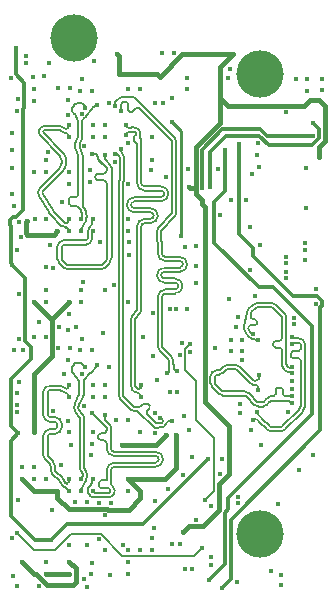
<source format=gbr>
G04*
G04 #@! TF.GenerationSoftware,Altium Limited,Altium Designer,24.9.1 (31)*
G04*
G04 Layer_Physical_Order=3*
G04 Layer_Color=6736896*
%FSLAX44Y44*%
%MOMM*%
G71*
G04*
G04 #@! TF.SameCoordinates,3E31175B-2F74-4D0F-94E8-FEE4F86157FB*
G04*
G04*
G04 #@! TF.FilePolarity,Positive*
G04*
G01*
G75*
%ADD11C,0.1500*%
%ADD48C,0.3200*%
%ADD49C,0.4000*%
%ADD51C,0.2000*%
%ADD53C,0.2200*%
%ADD54C,4.0000*%
%ADD55C,0.4000*%
%ADD56C,0.1600*%
%ADD57C,0.1600*%
D11*
X161000Y146379D02*
G03*
X161434Y145323I1500J0D01*
G01*
X161000Y178668D02*
G03*
X160561Y179729I-1500J0D01*
G01*
X175561Y86561D02*
Y131197D01*
X98300Y31184D02*
Y31700D01*
Y31184D02*
X159184D01*
X80000Y50000D02*
X98300Y31700D01*
X23850Y36150D02*
X41000D01*
X54850Y50000D02*
X80000D01*
X41000Y36150D02*
X54850Y50000D01*
X9000Y51000D02*
X23850Y36150D01*
X161434Y145323D02*
X161439Y145318D01*
X151750Y188540D02*
X160561Y179729D01*
X161439Y145318D02*
X175561Y131197D01*
X161000Y146379D02*
Y178668D01*
X168000Y79000D02*
X175561Y86561D01*
X151750Y188540D02*
Y206750D01*
X156000Y211000D01*
X159184Y31184D02*
X166000Y38000D01*
D48*
X182500Y4000D02*
X190000Y11500D01*
Y62000D02*
X266000Y138000D01*
X190000Y11500D02*
Y62000D01*
X188000Y80212D02*
X259000Y151212D01*
X188000Y70788D02*
Y80212D01*
X185000Y67788D02*
X188000Y70788D01*
X185000Y24184D02*
Y67788D01*
X266000Y138000D02*
Y241787D01*
X259000Y151212D02*
Y226000D01*
X6087Y318722D02*
X8477D01*
X3100Y315734D02*
X6087Y318722D01*
X8477D02*
X14000Y324245D01*
X15126Y410639D02*
Y432086D01*
X8000Y439212D02*
X15126Y432086D01*
X14600Y410112D02*
X15126Y410639D01*
X14600Y405887D02*
Y410112D01*
X14000Y405288D02*
X14600Y405887D01*
X14000Y324245D02*
Y405288D01*
X226191Y258809D02*
X259000Y226000D01*
X213728Y258809D02*
X226191D01*
X266000Y241787D02*
X267100Y242887D01*
Y247113D01*
X263213Y251000D02*
X267100Y247113D01*
X208900Y284888D02*
X242788Y251000D01*
X263213D01*
X51217Y58000D02*
X116000D01*
X171000Y113000D01*
X38217Y45000D02*
X51217Y58000D01*
X3100Y311509D02*
X3900Y310709D01*
X3100Y311509D02*
Y315734D01*
X3900Y279317D02*
Y310709D01*
X165605Y351400D02*
X166000Y351005D01*
Y343000D02*
Y351005D01*
X165605Y351400D02*
Y375393D01*
X182913Y392700D02*
X215159D01*
X165605Y375393D02*
X182913Y392700D01*
X172170Y373170D02*
X186000Y387000D01*
X172170Y343322D02*
Y373170D01*
X175900Y296638D02*
Y330799D01*
X264887Y385165D02*
Y392613D01*
X259750Y397750D02*
X264887Y392613D01*
X222213Y379000D02*
X258722D01*
X264887Y385165D01*
X214212Y387000D02*
X222213Y379000D01*
X8000Y439212D02*
Y461000D01*
X3900Y141100D02*
Y180900D01*
X21000Y198000D02*
Y208000D01*
X3900Y180900D02*
X21000Y198000D01*
X16100Y212900D02*
X21000Y208000D01*
X4000Y65000D02*
Y129000D01*
X24000Y45000D02*
X38217D01*
X197000Y304000D02*
X208900Y292100D01*
Y284888D02*
Y292100D01*
X186000Y387000D02*
X214212D01*
X220582Y387277D02*
X259787D01*
X215159Y392700D02*
X220582Y387277D01*
X172000Y11184D02*
X185000Y24184D01*
X197000Y304000D02*
Y380084D01*
X175900Y330799D02*
X185362Y340261D01*
Y374638D01*
X175900Y296638D02*
X213728Y258809D01*
X16100Y212900D02*
Y266900D01*
X3900Y279317D02*
X5000Y278216D01*
Y278000D02*
Y278216D01*
X4000Y129000D02*
X10000Y135000D01*
X4000Y65000D02*
X24000Y45000D01*
X3900Y141100D02*
X10000Y135000D01*
X5000Y278000D02*
X16100Y266900D01*
D49*
X166500Y56500D02*
X180000Y70000D01*
Y92222D02*
X188500Y100722D01*
X180000Y70000D02*
Y92222D01*
X168000Y162000D02*
X188500Y141500D01*
Y100722D02*
Y141500D01*
X154500Y56500D02*
X166500D01*
X16775Y305000D02*
Y313775D01*
Y305000D02*
X17948Y303827D01*
X16775Y313775D02*
X18000Y315000D01*
X160500Y343000D02*
Y345278D01*
Y340722D02*
Y343000D01*
X155000Y344000D02*
X156000Y343000D01*
X160500D01*
X130000Y437000D02*
X149000Y456000D01*
X95744Y439318D02*
X127682D01*
X149000Y456000D02*
X192000D01*
X127682Y439318D02*
X130000Y437000D01*
X24994Y16284D02*
X34278Y7000D01*
X23284Y16284D02*
X24994D01*
X34278Y7000D02*
X56441D01*
X86214Y70623D02*
X103624D01*
X113000Y80000D01*
X53299Y70701D02*
X80590D01*
X85456Y71381D02*
X86214Y70623D01*
X43316Y80684D02*
X53299Y70701D01*
X80590D02*
X81271Y71381D01*
X85456D01*
X17948Y303052D02*
X18000Y303000D01*
X17948Y303052D02*
Y303827D01*
X18000Y303000D02*
X40032D01*
X181000Y419000D02*
X187500Y412500D01*
X252500D01*
X257000Y417000D01*
X160505Y337863D02*
Y340717D01*
X160500Y340722D02*
X160505Y340717D01*
Y345284D02*
Y377505D01*
Y337863D02*
X166000Y332368D01*
X160500Y345278D02*
X160505Y345284D01*
Y377505D02*
X181000Y398000D01*
Y419000D01*
X166000Y329000D02*
Y332368D01*
Y329000D02*
X168000Y327000D01*
Y162000D02*
Y327000D01*
X150000Y52000D02*
X154500Y56500D01*
X95744Y453714D02*
Y454256D01*
Y439318D02*
Y453714D01*
X94000Y456000D02*
X95744Y454256D01*
X181000Y419000D02*
Y445000D01*
X192000Y456000D01*
X257000Y417000D02*
X265000D01*
X269987Y382744D02*
Y412013D01*
X265000Y417000D02*
X269987Y412013D01*
X265000Y377758D02*
X269987Y382744D01*
X265000Y369000D02*
Y377758D01*
X58784Y9343D02*
Y20784D01*
X56441Y7000D02*
X58784Y9343D01*
X126627Y125627D02*
X135000Y134000D01*
X98434Y125627D02*
X126627D01*
X40032Y303000D02*
X43316Y306284D01*
X23284Y136316D02*
Y185284D01*
X38746Y200746D02*
Y209475D01*
X23284Y185284D02*
X38746Y200746D01*
X39000Y232000D02*
X53284Y246284D01*
X37600Y232000D02*
X39000D01*
X23284Y246316D02*
X37600Y232000D01*
X39000Y232000D02*
X39000Y232000D01*
X39000Y209730D02*
Y232000D01*
X38746Y209475D02*
X39000Y209730D01*
X144000Y106000D02*
Y134000D01*
X134316Y96316D02*
X144000Y106000D01*
X103316Y96316D02*
X134316D01*
X13284D02*
X23316Y86284D01*
X43316D01*
Y80684D02*
Y86284D01*
X113000Y80000D02*
Y86632D01*
X103316Y96316D02*
X113000Y86632D01*
X33284Y16284D02*
X53284D01*
Y26284D02*
X58784Y20784D01*
X13284Y26284D02*
X23284Y16284D01*
D51*
X94000Y455459D02*
X95744Y453714D01*
X94000Y455459D02*
Y456000D01*
D53*
X140000Y399000D02*
X148000Y391000D01*
Y302000D02*
Y391000D01*
D54*
X215000Y439000D02*
D03*
X57000Y470000D02*
D03*
X215000Y50000D02*
D03*
D55*
X195878Y75878D02*
D03*
X196500Y81500D02*
D03*
X237084Y279702D02*
D03*
X237018Y284650D02*
D03*
X181000Y419000D02*
D03*
X150000Y100000D02*
D03*
X149000Y212000D02*
D03*
X11000Y314000D02*
D03*
X18000Y315000D02*
D03*
X91000Y261000D02*
D03*
X63270Y256298D02*
D03*
X65000Y263000D02*
D03*
X6000Y14000D02*
D03*
X155000Y344000D02*
D03*
X10026Y418292D02*
D03*
X9500Y408000D02*
D03*
X130000Y437000D02*
D03*
X40000Y154000D02*
D03*
X11000Y179000D02*
D03*
X9000Y169000D02*
D03*
X132968Y415032D02*
D03*
X125968D02*
D03*
X202968Y333032D02*
D03*
X241968Y179032D02*
D03*
X238968Y153032D02*
D03*
X242000Y173000D02*
D03*
X197968Y160032D02*
D03*
Y152032D02*
D03*
X173253Y73457D02*
D03*
X232968Y15032D02*
D03*
Y7032D02*
D03*
X38968Y70032D02*
D03*
X10000Y79000D02*
D03*
X81968Y220032D02*
D03*
X51968Y223032D02*
D03*
X4968Y375032D02*
D03*
Y360032D02*
D03*
Y338032D02*
D03*
X46968Y331032D02*
D03*
X4968Y389032D02*
D03*
X16968Y449032D02*
D03*
Y455032D02*
D03*
X73968Y450032D02*
D03*
X141968Y457032D02*
D03*
X131968D02*
D03*
X254968Y425032D02*
D03*
X266968Y426032D02*
D03*
X254968Y435032D02*
D03*
X244968D02*
D03*
X266968D02*
D03*
X189569Y443988D02*
D03*
X187968Y436032D02*
D03*
X153000Y427000D02*
D03*
X152968Y436032D02*
D03*
X134968Y352032D02*
D03*
X102968Y381032D02*
D03*
X189968Y333032D02*
D03*
X160968Y277032D02*
D03*
Y262032D02*
D03*
X103968Y286032D02*
D03*
X39968Y275032D02*
D03*
X194968Y225032D02*
D03*
X189968Y205032D02*
D03*
X190000Y214000D02*
D03*
X199968Y197032D02*
D03*
Y205032D02*
D03*
Y214032D02*
D03*
X253000Y296000D02*
D03*
X237073Y266396D02*
D03*
X237000Y272000D02*
D03*
X244000Y228000D02*
D03*
Y233000D02*
D03*
X139968Y41032D02*
D03*
X147080Y41127D02*
D03*
X172968Y30032D02*
D03*
X45968Y108032D02*
D03*
X37000Y295000D02*
D03*
X79125Y297500D02*
D03*
X104000Y297000D02*
D03*
X161000Y294000D02*
D03*
X124000Y237000D02*
D03*
X27375Y229750D02*
D03*
X45000Y225000D02*
D03*
X59000D02*
D03*
X248000Y104000D02*
D03*
X260000Y117000D02*
D03*
X230000Y75000D02*
D03*
X224000Y19000D02*
D03*
X173000Y24000D02*
D03*
X28000Y5500D02*
D03*
X9000Y6000D02*
D03*
X157000Y115000D02*
D03*
X181000Y101000D02*
D03*
X215536Y125464D02*
D03*
X83240Y65881D02*
D03*
X88000Y15000D02*
D03*
X103000Y26000D02*
D03*
X98984Y40708D02*
D03*
X68372Y40470D02*
D03*
X78182Y45625D02*
D03*
X78312Y76201D02*
D03*
X88492Y76123D02*
D03*
X68418Y76975D02*
D03*
X58418D02*
D03*
X11000Y253000D02*
D03*
X34000Y276000D02*
D03*
X12448Y301549D02*
D03*
X237000Y407000D02*
D03*
X140000Y419000D02*
D03*
X166000Y343000D02*
D03*
X265000Y417000D02*
D03*
Y369000D02*
D03*
X94000Y456000D02*
D03*
X192000D02*
D03*
X207000Y138000D02*
D03*
X53000Y41000D02*
D03*
X136625Y88250D02*
D03*
X150000Y52000D02*
D03*
X154750Y138000D02*
D03*
X254000Y360000D02*
D03*
X151000Y20000D02*
D03*
X157000D02*
D03*
X68000Y5000D02*
D03*
X9000Y159000D02*
D03*
X4000Y436000D02*
D03*
X5000Y46500D02*
D03*
X183000Y113000D02*
D03*
X126000Y78000D02*
D03*
X125000Y55000D02*
D03*
X195000Y9000D02*
D03*
X161000Y62000D02*
D03*
X253000Y282000D02*
D03*
Y290000D02*
D03*
X254000Y326000D02*
D03*
X73000Y152000D02*
D03*
X73316Y96284D02*
D03*
X84000Y151000D02*
D03*
X63316Y96284D02*
D03*
X53316D02*
D03*
X53000Y166000D02*
D03*
X67000Y191000D02*
D03*
X77000Y193000D02*
D03*
X53000Y176000D02*
D03*
X73316Y86284D02*
D03*
X63316D02*
D03*
X53316D02*
D03*
X215000Y295000D02*
D03*
X177000Y207000D02*
D03*
X172170Y343322D02*
D03*
X259750Y397750D02*
D03*
X259787Y387277D02*
D03*
X262000Y245000D02*
D03*
Y257000D02*
D03*
X140000Y399000D02*
D03*
X188800Y249228D02*
D03*
X156000Y204000D02*
D03*
X196000Y234000D02*
D03*
X156000Y211000D02*
D03*
X179000Y359000D02*
D03*
X154000D02*
D03*
X151000Y293000D02*
D03*
X214000Y361000D02*
D03*
X208000Y355000D02*
D03*
X212000Y371000D02*
D03*
X213000Y381000D02*
D03*
X185362Y374638D02*
D03*
X197000Y380084D02*
D03*
X166000Y38000D02*
D03*
X182500Y4000D02*
D03*
X172000Y11184D02*
D03*
X168000Y79000D02*
D03*
X65971Y11854D02*
D03*
X36000Y449000D02*
D03*
X9000Y290000D02*
D03*
X148000Y302000D02*
D03*
X9000Y51000D02*
D03*
Y153000D02*
D03*
X14000Y206000D02*
D03*
X7000D02*
D03*
X10000Y135000D02*
D03*
X11000Y215000D02*
D03*
X8000Y461000D02*
D03*
X5000Y278000D02*
D03*
X38000Y45000D02*
D03*
X171000Y113000D02*
D03*
X211000Y251000D02*
D03*
X206250Y273500D02*
D03*
Y309500D02*
D03*
X181000Y320000D02*
D03*
X153000Y240000D02*
D03*
X138500D02*
D03*
X135000Y134000D02*
D03*
X144000D02*
D03*
X23284Y106316D02*
D03*
X22319Y436892D02*
D03*
X31770Y437572D02*
D03*
X24000Y317000D02*
D03*
X7000Y328000D02*
D03*
X35000Y373000D02*
D03*
X70964Y347536D02*
D03*
X95744Y439318D02*
D03*
X144000Y240000D02*
D03*
X72000Y16000D02*
D03*
X73000Y126000D02*
D03*
X72000Y117000D02*
D03*
X213000Y214500D02*
D03*
X209000Y219500D02*
D03*
X214000Y184500D02*
D03*
X213000Y171500D02*
D03*
X242000Y211000D02*
D03*
Y216500D02*
D03*
Y186000D02*
D03*
Y191500D02*
D03*
Y161000D02*
D03*
Y166500D02*
D03*
X209000Y146500D02*
D03*
X212000Y153500D02*
D03*
X103284Y36284D02*
D03*
X13284Y106316D02*
D03*
X116000Y217000D02*
D03*
X103284Y346284D02*
D03*
X33284Y356316D02*
D03*
X53284Y346284D02*
D03*
Y356284D02*
D03*
X71000Y358000D02*
D03*
X23316Y356284D02*
D03*
Y426316D02*
D03*
X103316D02*
D03*
X123316Y386316D02*
D03*
Y366284D02*
D03*
X103284Y306284D02*
D03*
Y316284D02*
D03*
X43316Y306284D02*
D03*
X103316Y246316D02*
D03*
X53284Y236284D02*
D03*
X63284Y246316D02*
D03*
X83284Y256316D02*
D03*
X33284D02*
D03*
Y246316D02*
D03*
X53284Y246284D02*
D03*
X23284Y246316D02*
D03*
X33284Y216316D02*
D03*
X23284D02*
D03*
X98434Y125627D02*
D03*
X43316Y86284D02*
D03*
X33284Y96284D02*
D03*
X123316Y46284D02*
D03*
Y36284D02*
D03*
X113284Y36316D02*
D03*
X103284Y16284D02*
D03*
X33284Y26284D02*
D03*
X53284D02*
D03*
X103316Y96316D02*
D03*
X23284D02*
D03*
X13284D02*
D03*
X23284Y136316D02*
D03*
X55000Y125000D02*
D03*
X53284Y136284D02*
D03*
X33284Y16284D02*
D03*
X53284D02*
D03*
X13284Y26284D02*
D03*
X23284Y16284D02*
D03*
X103316Y146316D02*
D03*
X113284Y136316D02*
D03*
X73284Y136284D02*
D03*
Y176284D02*
D03*
X83316D02*
D03*
X73316Y166316D02*
D03*
X83284D02*
D03*
X126000Y152000D02*
D03*
X150538Y150236D02*
D03*
X139000Y170000D02*
D03*
X145000D02*
D03*
X49250Y185500D02*
D03*
X65911Y158689D02*
D03*
X124000Y201000D02*
D03*
X73000Y25000D02*
D03*
X73316Y396284D02*
D03*
Y386316D02*
D03*
X83284D02*
D03*
Y396284D02*
D03*
X52000Y405000D02*
D03*
X65911Y378689D02*
D03*
X52354Y145419D02*
D03*
X126000Y135000D02*
D03*
X93316Y146316D02*
D03*
X128000Y180500D02*
D03*
X64158Y185442D02*
D03*
X146750Y201750D02*
D03*
X103284Y86284D02*
D03*
X83284Y36316D02*
D03*
X33316Y316316D02*
D03*
X113316Y426316D02*
D03*
X23284Y416284D02*
D03*
X122436Y357723D02*
D03*
X33284Y366316D02*
D03*
X64300Y405875D02*
D03*
X92000Y365000D02*
D03*
X87000Y191000D02*
D03*
Y415000D02*
D03*
X130000Y148000D02*
D03*
X140000Y145750D02*
D03*
X136000Y186000D02*
D03*
X145000Y188000D02*
D03*
X114255Y175972D02*
D03*
X113806Y165557D02*
D03*
X44246Y207197D02*
D03*
X72354Y205403D02*
D03*
X64197Y215354D02*
D03*
X62354Y205403D02*
D03*
X54246Y207197D02*
D03*
X52403Y197246D02*
D03*
X92000Y412000D02*
D03*
X97000Y408000D02*
D03*
X92000Y372000D02*
D03*
X97000Y376000D02*
D03*
X101000Y388000D02*
D03*
Y396000D02*
D03*
X44246Y427197D02*
D03*
X73000Y372000D02*
D03*
X73316Y306284D02*
D03*
X63316D02*
D03*
X53316D02*
D03*
X73316Y316284D02*
D03*
X63316D02*
D03*
X53316D02*
D03*
X64197Y435354D02*
D03*
X62354Y425403D02*
D03*
X54246Y427197D02*
D03*
X52403Y417245D02*
D03*
X53000Y386000D02*
D03*
X67000Y411000D02*
D03*
X77000Y413000D02*
D03*
X53000Y396000D02*
D03*
X84000Y371000D02*
D03*
X72354Y425403D02*
D03*
D56*
X52605Y308339D02*
G03*
X51102Y309416I-1512J-523D01*
G01*
X36470Y322001D02*
G03*
X36569Y321852I3165J1985D01*
G01*
X51093Y313152D02*
G03*
X52605Y314229I0J1600D01*
G01*
X51093Y313152D02*
G03*
X51083Y313152I0J-1868D01*
G01*
X51078Y313152D02*
G03*
X50726Y313139I14J-5336D01*
G01*
X46754Y310995D02*
G03*
X50929Y309408I3809J3737D01*
G01*
X37435Y320602D02*
G03*
X38013Y319903I4387J3038D01*
G01*
X51088Y309416D02*
G03*
X50983Y309412I4J-1600D01*
G01*
X49421Y313611D02*
G03*
X50673Y313136I1142J1121D01*
G01*
X40506Y322729D02*
G03*
X40680Y322519I1315J911D01*
G01*
X28457Y342624D02*
G03*
X27693Y335901I3852J-3842D01*
G01*
X233700Y232911D02*
G03*
X233237Y234037I-1600J0D01*
G01*
X237300Y232911D02*
G03*
X235788Y236578I-5200J0D01*
G01*
X69158Y305188D02*
G03*
X69157Y305062I5198J-126D01*
G01*
X86695Y84602D02*
G03*
X87832Y87327I0J1600D01*
G01*
X86695Y81002D02*
G03*
X90382Y89868I0J5200D01*
G01*
X41184Y104399D02*
G03*
X41648Y103282I1600J9D01*
G01*
X37584Y104388D02*
G03*
X39097Y100742I5200J20D01*
G01*
X182691Y171200D02*
G03*
X183820Y170734I1129J1134D01*
G01*
X176392Y178162D02*
G03*
X176857Y177034I1600J0D01*
G01*
X177916Y175976D02*
G03*
X177906Y175985I-2546J-2546D01*
G01*
X177992Y184800D02*
G03*
X176392Y183200I0J-1600D01*
G01*
X179731Y184800D02*
G03*
X183397Y186312I0J5200D01*
G01*
X184955Y187870D02*
G03*
X184965Y187879I-2546J2546D01*
G01*
X187141Y189393D02*
G03*
X186013Y188928I0J-1600D01*
G01*
X195176Y188932D02*
G03*
X194052Y189393I-1124J-1138D01*
G01*
X212712Y161893D02*
G03*
X213843Y161425I1131J1131D01*
G01*
X217171D02*
G03*
X218299Y161890I0J1600D01*
G01*
X219356Y162948D02*
G03*
X219352Y162943I2546J-2546D01*
G01*
X223715Y166644D02*
G03*
X222586Y166177I0J-1600D01*
G01*
X226395Y166644D02*
G03*
X227995Y168244I0J1600D01*
G01*
X234256D02*
G03*
X235856Y166644I1600J0D01*
G01*
X242000Y166500D02*
G03*
X241346Y166644I-663J-1456D01*
G01*
X205394Y169211D02*
G03*
X201717Y170734I-3677J-3677D01*
G01*
X206428Y177680D02*
G03*
X211248Y176283I3677J3677D01*
G01*
X211761Y176328D02*
G03*
X211292Y176294I-118J-1596D01*
G01*
X234256Y172339D02*
G03*
X232656Y173939I-1600J0D01*
G01*
X229595D02*
G03*
X227995Y172339I0J-1600D01*
G01*
X36670Y138450D02*
G03*
X31400Y133180I0J-5270D01*
G01*
X41716Y138450D02*
G03*
X43386Y140120I0J1670D01*
G01*
Y143460D02*
G03*
X41716Y145130I-1670J0D01*
G01*
X31400Y150400D02*
G03*
X36670Y145130I5270J0D01*
G01*
Y134850D02*
G03*
X35000Y133180I0J-1670D01*
G01*
X41716Y134850D02*
G03*
X46986Y140120I0J5270D01*
G01*
Y143460D02*
G03*
X41716Y148730I-5270J0D01*
G01*
X35000Y150400D02*
G03*
X36670Y148730I1670J0D01*
G01*
X41184Y107662D02*
G03*
X39648Y111352I-5200J0D01*
G01*
X88512Y140792D02*
G03*
X87541Y142550I-3512J-793D01*
G01*
X68351Y98823D02*
G03*
X67903Y102452I-5055J1218D01*
G01*
X66000Y148211D02*
G03*
X64477Y151888I-5200J0D01*
G01*
X64795Y165418D02*
G03*
X65469Y167976I-4527J2559D01*
G01*
X59047Y162600D02*
G03*
X58121Y160003I6864J-3911D01*
G01*
X57580Y156780D02*
G03*
X59032Y152242I5128J-860D01*
G01*
X62400Y106445D02*
G03*
X63000Y104020I5200J0D01*
G01*
X31400Y116643D02*
G03*
X32913Y112996I5200J20D01*
G01*
X36600Y171941D02*
G03*
X35000Y170347I0J-1600D01*
G01*
X50825Y172800D02*
G03*
X52353Y173924I0J1600D01*
G01*
X52353Y168076D02*
G03*
X50825Y169200I-1528J-476D01*
G01*
X49520Y173473D02*
G03*
X45369Y175541I-4151J-3132D01*
G01*
X46675Y171267D02*
G03*
X50801Y169200I4150J3133D01*
G01*
X36600Y175541D02*
G03*
X31400Y170353I0J-5200D01*
G01*
X78397Y90599D02*
G03*
X79987Y88999I1600J0D01*
G01*
X79997Y95205D02*
G03*
X78397Y93605I0J-1600D01*
G01*
X71286Y82436D02*
G03*
X71006Y82657I-1126J-1137D01*
G01*
X69903Y83668D02*
G03*
X71006Y82657I3413J2616D01*
G01*
X47854Y90545D02*
G03*
X50716Y88923I3862J3482D01*
G01*
X49247Y94895D02*
G03*
X50118Y93409I4069J1389D01*
G01*
X45840Y93732D02*
G03*
X47441Y91002I7476J2552D01*
G01*
X51411Y92456D02*
G03*
X53316Y94026I305J1571D01*
G01*
X49229Y94948D02*
G03*
X47971Y96958I-4921J-1680D01*
G01*
X85000Y126600D02*
G03*
X82200Y129400I-2800J0D01*
G01*
X80384Y135000D02*
G03*
X80384Y129400I0J-2800D01*
G01*
X82200Y135000D02*
G03*
X85000Y137800I0J2800D01*
G01*
X91400Y110370D02*
G03*
X85000Y103970I0J-6400D01*
G01*
X91400Y106770D02*
G03*
X88600Y103970I0J-2800D01*
G01*
X126326Y110370D02*
G03*
X126326Y115970I0J2800D01*
G01*
X85000Y122370D02*
G03*
X91400Y115970I6400J0D01*
G01*
X88600Y122370D02*
G03*
X91400Y119570I2800J0D01*
G01*
X126326Y106770D02*
G03*
X126326Y119570I0J6400D01*
G01*
X247926Y204968D02*
G03*
X249400Y206563I-126J1595D01*
G01*
X253000Y210350D02*
G03*
X247800Y215550I-5200J0D01*
G01*
X249400Y210350D02*
G03*
X247800Y211950I-1600J0D01*
G01*
X131900Y294765D02*
G03*
X131786Y295846I-5200J0D01*
G01*
X172792Y178162D02*
G03*
X174304Y174496I5200J0D01*
G01*
X177992Y188400D02*
G03*
X172792Y183200I0J-5200D01*
G01*
X175366Y173435D02*
G03*
X175370Y173430I2550J2541D01*
G01*
X230900Y213297D02*
G03*
X233700Y216097I0J2800D01*
G01*
X228620Y213297D02*
G03*
X228620Y207697I0J-2800D01*
G01*
X233700Y204897D02*
G03*
X230900Y207697I-2800J0D01*
G01*
X202621Y220231D02*
G03*
X205169Y217189I4959J1566D01*
G01*
X205664Y216786D02*
G03*
X205176Y217186I-1237J-1015D01*
G01*
X205664Y216786D02*
G03*
X208316Y215255I3336J2714D01*
G01*
X206054Y221315D02*
G03*
X206982Y220312I1526J482D01*
G01*
X201400Y224899D02*
G03*
X201641Y223334I5200J1D01*
G01*
X206600Y226500D02*
G03*
X205074Y224418I0J-1600D01*
G01*
X210400Y226500D02*
G03*
X212000Y228100I0J1600D01*
G01*
Y229928D02*
G03*
X210400Y231528I-1600J0D01*
G01*
X207163Y233131D02*
G03*
X208763Y231528I1600J-2D01*
G01*
X207631Y237558D02*
G03*
X207167Y236434I1136J-1127D01*
G01*
X205086Y240104D02*
G03*
X203657Y237392I3681J-3672D01*
G01*
X201490Y225861D02*
G03*
X201400Y224899I5110J-961D01*
G01*
X205092Y240110D02*
G03*
X205090Y240109I2539J-2552D01*
G01*
X212636Y245500D02*
G03*
X208975Y243993I0J-5200D01*
G01*
X207636Y237563D02*
G03*
X207638Y237565I-2550J2541D01*
G01*
X212636Y241900D02*
G03*
X211511Y241439I0J-1600D01*
G01*
X228378Y243988D02*
G03*
X224711Y245500I-3666J-3688D01*
G01*
X225837Y241437D02*
G03*
X224711Y241900I-1126J-1137D01*
G01*
X234356Y190808D02*
G03*
X239379Y186950I5024J1342D01*
G01*
X237300Y193945D02*
G03*
X237354Y193533I1600J0D01*
G01*
X233700Y193945D02*
G03*
X233876Y192604I5200J0D01*
G01*
X239989Y186829D02*
G03*
X239379Y186950I-610J-1479D01*
G01*
X237834Y191737D02*
G03*
X239989Y190671I1546J413D01*
G01*
X244637Y215550D02*
G03*
X244621Y215550I-16J-5200D01*
G01*
X244011Y215671D02*
G03*
X244621Y215550I610J1479D01*
G01*
X244627Y211950D02*
G03*
X244011Y211829I-6J-1600D01*
G01*
X242474Y204537D02*
G03*
X241000Y202942I126J-1595D01*
G01*
Y200100D02*
G03*
X242600Y198500I1600J0D01*
G01*
X249400Y196900D02*
G03*
X247800Y198500I-1600J0D01*
G01*
X249278Y158529D02*
G03*
X249400Y159142I-1478J613D01*
G01*
X252604Y157151D02*
G03*
X253000Y159142I-4804J1991D01*
G01*
X232605Y140500D02*
G03*
X233730Y140963I0J1600D01*
G01*
X248244Y156036D02*
G03*
X248240Y156024I3325J-1379D01*
G01*
X251569Y154654D02*
G03*
X251570Y154657I-3324J1381D01*
G01*
X232605Y136900D02*
G03*
X236267Y138408I0J5200D01*
G01*
X247629Y154862D02*
G03*
X247970Y155374I-1137J1126D01*
G01*
X250185Y152326D02*
G03*
X251296Y153996I-3693J3661D01*
G01*
X213127Y146346D02*
G03*
X214301Y144516I4867J1831D01*
G01*
X216481Y147654D02*
G03*
X213662Y150603I-4867J-1830D01*
G01*
X216496Y147613D02*
G03*
X216858Y147050I1498J563D01*
G01*
X220404Y138413D02*
G03*
X224070Y136900I3666J3687D01*
G01*
X222944Y140964D02*
G03*
X224070Y140500I1126J1136D01*
G01*
X212807Y151480D02*
G03*
X213662Y150603I1486J593D01*
G01*
X213111Y146387D02*
G03*
X211019Y147309I-1497J-564D01*
G01*
X239718Y162598D02*
G03*
X238800Y162888I-918J-1311D01*
G01*
X225050D02*
G03*
X223921Y162421I0J-1600D01*
G01*
X221893Y160393D02*
G03*
X221902Y160402I-2536J2555D01*
G01*
X217171Y157825D02*
G03*
X220837Y159337I0J5200D01*
G01*
X210166Y159348D02*
G03*
X213843Y157825I3677J3677D01*
G01*
X206449Y168156D02*
G03*
X206442Y168163I-2546J-2546D01*
G01*
X202856Y166658D02*
G03*
X201717Y167134I-1138J-1124D01*
G01*
X203893Y165621D02*
G03*
X203903Y165611I2556J2535D01*
G01*
X180148Y168652D02*
G03*
X183820Y167134I3672J3682D01*
G01*
X179731Y188400D02*
G03*
X180855Y188861I0J1600D01*
G01*
X197722Y191477D02*
G03*
X194052Y192993I-3670J-3684D01*
G01*
X182414Y190420D02*
G03*
X182410Y190416I2541J-2550D01*
G01*
X187141Y192993D02*
G03*
X183476Y191482I0J-5200D01*
G01*
X198773Y190426D02*
G03*
X198768Y190431I-2550J-2541D01*
G01*
X196223Y187885D02*
G03*
X196232Y187876I2546J2546D01*
G01*
X213239Y174610D02*
G03*
X211767Y176328I-1595J123D01*
G01*
X211761Y176328D02*
G03*
X211767Y176328I404J5184D01*
G01*
X212043Y179917D02*
G03*
X210501Y179806I-399J-5185D01*
G01*
X212043Y179917D02*
G03*
X213761Y181390I123J1595D01*
G01*
X208974Y180225D02*
G03*
X210458Y179796I1131J1131D01*
G01*
X113666Y389356D02*
G03*
X108014Y394190I-5189J-344D01*
G01*
X109722Y388005D02*
G03*
X108342Y390605I-1244J1006D01*
G01*
X37584Y107662D02*
G03*
X37115Y108794I-1600J0D01*
G01*
X88600Y140232D02*
G03*
X88561Y140575I-1600J-9D01*
G01*
X84000Y146754D02*
G03*
X84467Y145624I1600J0D01*
G01*
X111688Y153479D02*
G03*
X110559Y153946I-1129J-1134D01*
G01*
X124697Y140470D02*
G03*
X125824Y140000I1133J1129D01*
G01*
X104576Y155458D02*
G03*
X108242Y153946I3666J3687D01*
G01*
X119129Y154129D02*
G03*
X119131Y151869I1133J-1129D01*
G01*
X126934Y144070D02*
G03*
X128139Y143604I1131J1132D01*
G01*
X128070Y140002D02*
G03*
X128315Y140008I-5J5200D01*
G01*
X130210Y143705D02*
G03*
X131947Y144166I-210J4295D01*
G01*
D02*
G03*
X131944Y147025I-720J1429D01*
G01*
X133570Y140953D02*
G03*
X136300Y144453I-2343J4642D01*
G01*
X137826Y145702D02*
G03*
X136300Y144453I35J-1600D01*
G01*
X130386Y140110D02*
G03*
X133570Y140953I-386J7890D01*
G01*
X121398Y156398D02*
G03*
X121398Y158657I-1133J1129D01*
G01*
X120522Y159533D02*
G03*
X119392Y160000I-1129J-1133D01*
G01*
X111812Y157546D02*
G03*
X112585Y157745I0J1600D01*
G01*
X117083Y160000D02*
G03*
X116310Y159801I0J-1600D01*
G01*
X107116Y158009D02*
G03*
X108242Y157546I1126J1136D01*
G01*
X98984Y166804D02*
G03*
X99448Y165677I1600J0D01*
G01*
X95384Y166804D02*
G03*
X96891Y163143I5200J0D01*
G01*
X110239Y238484D02*
G03*
X110700Y239608I-1138J1124D01*
G01*
X109478Y232631D02*
G03*
X109016Y231507I1139J-1124D01*
G01*
X112787Y235941D02*
G03*
X114300Y239608I-3687J3666D01*
G01*
X106929Y235174D02*
G03*
X105416Y231507I3687J-3666D01*
G01*
X111037Y173125D02*
G03*
X113730Y173862I1140J1122D01*
G01*
X111950Y169053D02*
G03*
X111943Y169053I-65J-1599D01*
G01*
X113465Y167705D02*
G03*
X111953Y169053I-1580J-251D01*
G01*
X108471Y170600D02*
G03*
X111923Y169054I3706J3647D01*
G01*
X111950Y169053D02*
G03*
X111953Y169053I228J5195D01*
G01*
X109016Y175834D02*
G03*
X109476Y174712I1600J0D01*
G01*
X111923Y169054D02*
G03*
X111943Y169053I186J3595D01*
G01*
X105416Y175834D02*
G03*
X106910Y172187I5200J0D01*
G01*
X139603Y200488D02*
G03*
X139598Y200493I-1277J-1268D01*
G01*
X141096Y197254D02*
G03*
X139639Y200451I-5182J-430D01*
G01*
D02*
G03*
X139603Y200488I-2587J-2504D01*
G01*
X137508Y196956D02*
G03*
X137052Y197947I-1594J-132D01*
G01*
X137676Y187385D02*
G03*
X138219Y188966I-1019J1233D01*
G01*
X138214Y188990D02*
G03*
X138219Y188966I3520J757D01*
G01*
X141733Y189747D02*
G03*
X142894Y188545I1562J347D01*
G01*
X141734Y189747D02*
G03*
X141732Y189754I-3514J-781D01*
G01*
X138113Y189664D02*
G03*
X138214Y188990I5182J430D01*
G01*
X141701Y189961D02*
G03*
X141732Y189754I1594J132D01*
G01*
X132159Y208595D02*
G03*
X132625Y207467I1600J0D01*
G01*
X133682Y206409D02*
G03*
X133670Y206421I-2546J-2546D01*
G01*
X128300Y231056D02*
G03*
X128478Y229939I3600J0D01*
G01*
X128559Y229435D02*
G03*
X128478Y229939I-1600J0D01*
G01*
X132159Y229435D02*
G03*
X131900Y231056I-5200J0D01*
G01*
X128559Y208595D02*
G03*
X130072Y204928I5200J0D01*
G01*
X131132Y203868D02*
G03*
X131137Y203863I2550J2541D01*
G01*
X142834Y257051D02*
G03*
X142834Y262651I0J2800D01*
G01*
X134700Y253451D02*
G03*
X131900Y250651I0J-2800D01*
G01*
X134016Y271851D02*
G03*
X134016Y266251I0J-2800D01*
G01*
X142834Y253451D02*
G03*
X142834Y266251I0J6400D01*
G01*
X134700Y257051D02*
G03*
X128300Y250651I0J-6400D01*
G01*
X134016Y275451D02*
G03*
X134016Y262651I0J-6400D01*
G01*
X76530Y191734D02*
G03*
X77000Y192866I-1130J1133D01*
G01*
X71366Y186569D02*
G03*
X71272Y186466I1137J-1126D01*
G01*
X65838Y179924D02*
G03*
X65469Y178902I1231J-1022D01*
G01*
X66000Y106445D02*
G03*
X66185Y105699I1600J0D01*
G01*
X64317Y164577D02*
G03*
X64318Y164579I-3130J1779D01*
G01*
X64315Y164574D02*
G03*
X64317Y164577I-3128J1782D01*
G01*
X62175Y160818D02*
G03*
X61668Y159385I3736J-2129D01*
G01*
X61131Y156184D02*
G03*
X61577Y154788I1578J-265D01*
G01*
X63467Y194533D02*
G03*
X62337Y195000I-1129J-1133D01*
G01*
X59663D02*
G03*
X58533Y194533I0J-1600D01*
G01*
X55663Y188412D02*
G03*
X55971Y187468I1600J0D01*
G01*
X56129Y192129D02*
G03*
X55663Y191000I1133J-1129D01*
G01*
X61664Y167194D02*
G03*
X61869Y167976I-1395J783D01*
G01*
Y178902D02*
G03*
X61559Y179848I-1600J0D01*
G01*
X58121Y160003D02*
G03*
X58118Y159983I3547J-618D01*
G01*
D02*
G03*
X58117Y159980I1775J-300D01*
G01*
X62400Y148211D02*
G03*
X61931Y149342I-1600J0D01*
G01*
X63419Y103228D02*
G03*
X63422Y103224I3184J1679D01*
G01*
X64747Y99368D02*
G03*
X64721Y100766I-1451J673D01*
G01*
X35000Y116654D02*
G03*
X35464Y115536I1600J9D01*
G01*
X50825Y172800D02*
G03*
X50818Y172800I0J-3600D01*
G01*
X46646Y171306D02*
G03*
X45369Y171941I-1276J-965D01*
G01*
X49548Y173436D02*
G03*
X50818Y172800I1277J964D01*
G01*
X50817Y169200D02*
G03*
X50814Y169200I8J-1600D01*
G01*
X50817D02*
G03*
X50825Y169200I8J5200D01*
G01*
X50801Y169200D02*
G03*
X50814Y169200I24J3600D01*
G01*
X83400Y95205D02*
G03*
X84125Y95379I0J1600D01*
G01*
X86622Y88537D02*
G03*
X85504Y88994I-1120J-1142D01*
G01*
X88600Y95823D02*
G03*
X88601Y95771I1600J0D01*
G01*
X88721Y92140D02*
G03*
X89185Y91065I1599J53D01*
G01*
X69016Y85368D02*
G03*
X69346Y84395I1600J0D01*
G01*
X72251Y81470D02*
G03*
X73383Y81002I1131J1131D01*
G01*
X69483Y88796D02*
G03*
X69016Y87667I1133J-1129D01*
G01*
X71694Y91008D02*
G03*
X72108Y91727I-1133J1129D01*
G01*
X67012Y94086D02*
G03*
X67497Y95277I-3696J2198D01*
G01*
X63628Y88486D02*
G03*
X63865Y88793I-1138J1125D01*
G01*
X45824Y93777D02*
G03*
X45439Y94399I-1517J-508D01*
G01*
X51410Y92456D02*
G03*
X51407Y92456I-684J-3534D01*
G01*
X50528Y92955D02*
G03*
X51407Y92456I1188J1071D01*
G01*
X50720Y88923D02*
G03*
X50726Y88921I996J5104D01*
G01*
X51673Y88347D02*
G03*
X50726Y88921I-1252J-997D01*
G01*
X75700Y371988D02*
G03*
X75413Y372000I-288J-3640D01*
G01*
X77551Y367896D02*
G03*
X77997Y367003I1583J232D01*
G01*
X77152Y370625D02*
G03*
X75700Y371988I-1583J-232D01*
G01*
X84000Y367256D02*
G03*
X84390Y366209I1600J0D01*
G01*
X89313Y359854D02*
G03*
X88947Y360871I-1600J0D01*
G01*
X87778Y362290D02*
G03*
X87715Y362365I-2778J-2290D01*
G01*
X87077Y278681D02*
G03*
X89313Y284079I-5398J5398D01*
G01*
X84531Y281227D02*
G03*
X85000Y282358I-1131J1131D01*
G01*
X80242Y274000D02*
G03*
X83930Y275535I0J5200D01*
G01*
X80242Y277600D02*
G03*
X81373Y278069I0J1600D01*
G01*
X48755Y275513D02*
G03*
X52422Y274000I3666J3687D01*
G01*
X51295Y278064D02*
G03*
X52422Y277600I1126J1136D01*
G01*
X43400Y283022D02*
G03*
X44907Y279361I5200J0D01*
G01*
X47000Y283022D02*
G03*
X47464Y281895I1600J0D01*
G01*
X67557Y294978D02*
G03*
X72756Y300116I-0J5200D01*
G01*
X48600Y298578D02*
G03*
X43400Y293378I0J-5200D01*
G01*
X69156Y300178D02*
G03*
X69156Y300161I1800J-24D01*
G01*
X48600Y294978D02*
G03*
X47000Y293378I0J-1600D01*
G01*
X72756Y300121D02*
G03*
X72757Y300178I-3600J57D01*
G01*
X72756Y300116D02*
G03*
X72756Y300121I-1800J38D01*
G01*
X67557Y298578D02*
G03*
X69156Y300161I-0J1600D01*
G01*
X73307Y306276D02*
G03*
X72914Y305754I1055J-1203D01*
G01*
X72909Y305743D02*
G03*
X72757Y305062I1448J-681D01*
G01*
X70158Y309202D02*
G03*
X69158Y305188I3158J-2918D01*
G01*
X71723Y310897D02*
G03*
X72031Y311383I-1175J1086D01*
G01*
D02*
G03*
X72419Y312427I-1213J1044D01*
G01*
X72654Y316993D02*
G03*
X72419Y316158I1365J-835D01*
G01*
X50825Y392800D02*
G03*
X52353Y393924I0J1600D01*
G01*
X50817Y389200D02*
G03*
X50825Y389200I8J5200D01*
G01*
X50817D02*
G03*
X50814Y389200I8J-1600D01*
G01*
X52353Y388076D02*
G03*
X50825Y389200I-1528J-476D01*
G01*
Y392800D02*
G03*
X50818Y392800I0J-3600D01*
G01*
X50801Y389200D02*
G03*
X50814Y389200I25J3600D01*
G01*
X59453Y327444D02*
G03*
X58323Y327910I-1129J-1133D01*
G01*
X53000Y329504D02*
G03*
X54600Y327910I1600J7D01*
G01*
X63001Y323895D02*
G03*
X62993Y323903I-1159J-1103D01*
G01*
X66647Y324779D02*
G03*
X65634Y326350I-4805J-1987D01*
G01*
X63324Y323395D02*
G03*
X63009Y323887I-1482J-603D01*
G01*
X64426Y319737D02*
G03*
X64385Y320826I-1523J489D01*
G01*
X64807Y327833D02*
G03*
X65272Y326729I1600J24D01*
G01*
X65549Y326449D02*
G03*
X65634Y326350I1253J995D01*
G01*
X68062Y319581D02*
G03*
X67710Y322208I-5160J645D01*
G01*
X54595Y335150D02*
G03*
X53000Y333550I5J-1600D01*
G01*
X67012Y314086D02*
G03*
X67583Y315750I-3696J2198D01*
G01*
X63628Y308486D02*
G03*
X63865Y308793I-1138J1125D01*
G01*
X61085Y370320D02*
G03*
X60912Y371045I-1600J0D01*
G01*
X64721Y336600D02*
G03*
X64721Y336584I1600J0D01*
G01*
X59494Y335158D02*
G03*
X61085Y336758I-8J1600D01*
G01*
X64721Y370320D02*
G03*
X64154Y372691I-5236J0D01*
G01*
X62212Y380882D02*
G03*
X62271Y376400I3699J-2193D01*
G01*
X58786Y382144D02*
G03*
X58851Y375105I7125J-3455D01*
G01*
X62212Y380882D02*
G03*
X62265Y381024I-1679J698D01*
G01*
X59188Y382931D02*
G03*
X59185Y382925I3239J-1571D01*
G01*
X60820Y386296D02*
G03*
X60980Y386994I-1440J698D01*
G01*
X64059Y384725D02*
G03*
X64580Y386994I-4679J2269D01*
G01*
X76023Y413000D02*
G03*
X74894Y412533I0J-1600D01*
G01*
X72720Y410360D02*
G03*
X72543Y410148I1133J-1129D01*
G01*
X65664Y401797D02*
G03*
X67825Y403413I-1364J4078D01*
G01*
X65664Y401797D02*
G03*
X64580Y400292I516J-1515D01*
G01*
X60980Y399121D02*
G03*
X60811Y399836I-1600J0D01*
G01*
X58059Y405343D02*
G03*
X57758Y405761I-1431J-715D01*
G01*
X55663Y408519D02*
G03*
X56129Y407390I1600J0D01*
G01*
X56129Y411487D02*
G03*
X55663Y410358I1133J-1129D01*
G01*
X59742Y414437D02*
G03*
X58613Y413971I0J-1600D01*
G01*
X67000Y411332D02*
G03*
X66537Y412457I-1600J0D01*
G01*
X65022Y413973D02*
G03*
X63895Y414437I-1127J-1136D01*
G01*
X99746Y349878D02*
G03*
X99900Y351132I-5046J1254D01*
G01*
X96300Y368624D02*
G03*
X95675Y369893I-1600J0D01*
G01*
X99900Y368624D02*
G03*
X97892Y372730I-5200J0D01*
G01*
X96253Y350746D02*
G03*
X96300Y351132I-1553J386D01*
G01*
X94776Y370773D02*
G03*
X95645Y369916I4060J3248D01*
G01*
X97247Y373839D02*
G03*
X97855Y372758I1590J182D01*
G01*
X94776Y370773D02*
G03*
X94054Y371284I-1249J-1000D01*
G01*
X99111Y347321D02*
G03*
X98984Y346284I4173J-1037D01*
G01*
X95617Y348190D02*
G03*
X95384Y346284I7667J-1906D01*
G01*
X103632Y390200D02*
G03*
X104102Y390221I0J5200D01*
G01*
X108467Y386467D02*
G03*
X108579Y386592I-1131J1131D01*
G01*
X102422Y394354D02*
G03*
X103777Y393806I1211J1046D01*
G01*
X108467Y386467D02*
G03*
X108000Y385337I1133J-1129D01*
G01*
X103632Y390200D02*
G03*
X102422Y389646I0J-1600D01*
G01*
X114300Y379654D02*
G03*
X114289Y379982I-5200J-17D01*
G01*
X108000Y383726D02*
G03*
X108449Y382614I1600J0D01*
G01*
X110700Y379637D02*
G03*
X110251Y380749I-1600J0D01*
G01*
X109124Y419167D02*
G03*
X107995Y419633I-1129J-1133D01*
G01*
X103000Y414400D02*
G03*
X101400Y416000I-1600J0D01*
G01*
X144071Y381581D02*
G03*
X142548Y385258I-5200J0D01*
G01*
X104627Y407373D02*
G03*
X106885Y407373I1129J1133D01*
G01*
X114751Y413058D02*
G03*
X114795Y413012I1177J1084D01*
G01*
X112245Y410470D02*
G03*
X109994Y410464I-1122J-1140D01*
G01*
X140471Y381581D02*
G03*
X140003Y382713I-1600J0D01*
G01*
X103000Y409663D02*
G03*
X103467Y408533I1600J0D01*
G01*
X114799Y413007D02*
G03*
X114795Y413012I-2554J-2537D01*
G01*
X109180Y419109D02*
G03*
X109137Y419154I-1177J-1084D01*
G01*
X139766Y320418D02*
G03*
X140212Y321319I-1138J1124D01*
G01*
X142320Y317881D02*
G03*
X143777Y320818I-3693J3661D01*
G01*
X128948Y309599D02*
G03*
X127416Y305914I3668J-3686D01*
G01*
X131016Y299681D02*
G03*
X131050Y299353I1600J0D01*
G01*
X128300Y294765D02*
G03*
X128266Y295093I-1600J0D01*
G01*
X127416Y299681D02*
G03*
X127527Y298613I5200J0D01*
G01*
X144021Y322553D02*
G03*
X144071Y323277I-5149J724D01*
G01*
X140456Y323054D02*
G03*
X140471Y323277I-1584J223D01*
G01*
X131488Y307048D02*
G03*
X131016Y305914I1128J-1134D01*
G01*
X99448Y416000D02*
G03*
X98318Y415533I0J-1600D01*
G01*
X97000Y408000D02*
G03*
X97459Y409122I-1141J1122D01*
G01*
X97926Y415141D02*
G03*
X97459Y414012I1133J-1129D01*
G01*
X92000Y412000D02*
G03*
X92011Y412187I-1589J189D01*
G01*
X92482Y415482D02*
G03*
X92011Y414348I1129J-1134D01*
G01*
X97296Y419633D02*
G03*
X96167Y419167I0J-1600D01*
G01*
X146740Y275451D02*
G03*
X146740Y281051I0J2800D01*
G01*
X128300Y287451D02*
G03*
X134700Y281051I6400J0D01*
G01*
X131900Y287451D02*
G03*
X134700Y284651I2800J0D01*
G01*
X146740Y271851D02*
G03*
X146740Y284651I0J6400D01*
G01*
X43853Y358025D02*
G03*
X43843Y358016I2536J-2555D01*
G01*
X47454Y373473D02*
G03*
X47453Y373475I-1275J-1271D01*
G01*
X50878Y365222D02*
G03*
X47468Y373459I-11616J16D01*
G01*
X44867Y359039D02*
G03*
X47270Y364704I-5803J5804D01*
G01*
X47407Y356488D02*
G03*
X47413Y356494I-2546J2546D01*
G01*
X47278Y365249D02*
G03*
X44922Y370914I-8016J-11D01*
G01*
X47278Y365249D02*
G03*
X47278Y365248I1800J-21D01*
G01*
X50878Y365189D02*
G03*
X50878Y365222I-1800J39D01*
G01*
X50878Y365181D02*
G03*
X50878Y365189I-5199J75D01*
G01*
X47413Y356494D02*
G03*
X50870Y364647I-8350J8349D01*
G01*
X47278Y365224D02*
G03*
X47278Y365248I-1600J32D01*
G01*
X44867Y359039D02*
G03*
X44861Y359033I2539J-2552D01*
G01*
X37249Y346330D02*
G03*
X37254Y346335I-2541J2550D01*
G01*
X34708Y348880D02*
G03*
X34699Y348871I2546J-2546D01*
G01*
X30488Y344660D02*
G03*
X30480Y344653I2546J-2546D01*
G01*
X33028Y342109D02*
G03*
X33033Y342114I-2540J2551D01*
G01*
X31006Y340081D02*
G03*
X30781Y338105I1133J-1130D01*
G01*
X49517Y393477D02*
G03*
X45369Y395541I-4148J-3137D01*
G01*
X47307Y390570D02*
G03*
X50801Y389200I3518J3830D01*
G01*
X46678Y391263D02*
G03*
X47293Y390584I4148J3137D01*
G01*
X49549Y393435D02*
G03*
X49743Y393222I1276J965D01*
G01*
X47293Y390584D02*
G03*
X47307Y390570I2450J2638D01*
G01*
X49743Y393222D02*
G03*
X50818Y392800I1082J1178D01*
G01*
X46646Y391306D02*
G03*
X45369Y391941I-1276J-965D01*
G01*
X32850Y395541D02*
G03*
X29178Y386665I5J-5200D01*
G01*
X32850Y391941D02*
G03*
X31724Y389210I5J-1600D01*
G01*
X46505Y374423D02*
G03*
X46495Y374433I-2546J-2545D01*
G01*
X130900Y335070D02*
G03*
X130900Y340670I0J2800D01*
G01*
X108484Y331470D02*
G03*
X108484Y325870I0J-2800D01*
G01*
X117100Y313070D02*
G03*
X114300Y310270I0J-2800D01*
G01*
X121977Y313070D02*
G03*
X121977Y325870I0J6400D01*
G01*
X114300Y347070D02*
G03*
X117100Y344270I2800J0D01*
G01*
X130900Y331470D02*
G03*
X130900Y344270I0J6400D01*
G01*
X117100Y316670D02*
G03*
X110700Y310270I0J-6400D01*
G01*
X108484Y335070D02*
G03*
X108484Y322270I0J-6400D01*
G01*
X121977Y316670D02*
G03*
X121977Y322270I0J2800D01*
G01*
X110700Y347070D02*
G03*
X117100Y340670I6400J0D01*
G01*
X77968Y355000D02*
G03*
X77968Y349400I0J-2800D01*
G01*
X82200Y355000D02*
G03*
X85000Y357800I0J2800D01*
G01*
Y346600D02*
G03*
X82200Y349400I-2800J0D01*
G01*
X40680Y322519D02*
X49421Y313611D01*
X52605Y314229D02*
X53316Y316284D01*
X51093Y309416D02*
X51102Y309416D01*
X51093Y309416D02*
Y309416D01*
X51088Y309416D02*
X51093D01*
X38013Y319902D02*
X46754Y310994D01*
X51078Y313152D02*
X51083Y313152D01*
X30781Y338105D02*
X39636Y323986D01*
X39636Y323986D02*
X40506Y322729D01*
X52605Y308339D02*
X53316Y306284D01*
X36569Y321851D02*
X37435Y320602D01*
X50673Y313136D02*
X50726Y313139D01*
X50929Y309408D02*
X50983Y309412D01*
X36310Y322162D02*
X36470Y322001D01*
X35997Y322660D02*
X36310Y322162D01*
X27693Y335901D02*
X35997Y322660D01*
X237300Y193945D02*
Y232911D01*
X233700Y222497D02*
Y232911D01*
X205074Y224418D02*
X206054Y221315D01*
X225837Y241437D02*
X233237Y234037D01*
X48600Y294978D02*
X67557D01*
X48600Y298578D02*
X67557D01*
X72884Y86743D02*
X73312D01*
X81021Y81002D02*
X86695D01*
X73383D02*
X81021D01*
X73312Y86743D02*
X75453Y84602D01*
X86695D01*
X39097Y100742D02*
X45439Y94399D01*
X52419Y87246D02*
X53316Y86284D01*
X37584Y104388D02*
Y107662D01*
X41648Y103282D02*
X47971Y96958D01*
X41184Y104399D02*
Y107662D01*
X177916Y175976D02*
X182691Y171200D01*
X183820Y170734D02*
X201717D01*
X176392Y178162D02*
Y183200D01*
X176857Y177034D02*
X177906Y175985D01*
X178240Y184800D02*
X179731D01*
X177992D02*
X178240D01*
X183397Y186312D02*
X184955Y187870D01*
X184965Y187879D02*
X186013Y188928D01*
X187141Y189393D02*
X194052D01*
X196232Y187876D02*
X206428Y177680D01*
X195176Y188932D02*
X196223Y187885D01*
X213843Y161425D02*
X217171D01*
X218299Y161890D02*
X219352Y162943D01*
X206449Y168156D02*
X212712Y161893D01*
X219356Y162948D02*
X222586Y166177D01*
X223715Y166644D02*
X226395D01*
X235856D02*
X241346D01*
X211248Y176283D02*
X211292Y176293D01*
X227995Y168244D02*
Y172339D01*
X234256Y168244D02*
Y172339D01*
X229595Y173939D02*
X232656D01*
X31400Y126750D02*
Y133180D01*
X36670Y138450D02*
X41716D01*
X43386Y140120D02*
Y143460D01*
X36670Y145130D02*
X41716D01*
X31400Y150400D02*
Y153000D01*
X35000Y126750D02*
Y133180D01*
X36670Y134850D02*
X41716D01*
X46986Y140120D02*
Y143460D01*
X36670Y148730D02*
X41716D01*
X35000Y150400D02*
Y153000D01*
X31400Y116643D02*
Y126750D01*
Y153000D02*
Y170353D01*
X35000Y116654D02*
Y126750D01*
X52499Y87310D02*
X53316Y86284D01*
X51673Y88347D02*
X52499Y87310D01*
X35000Y153000D02*
Y170347D01*
X84000Y146754D02*
Y151000D01*
X84467Y145624D02*
X87541Y142550D01*
X88600Y124970D02*
Y140232D01*
X85000Y124970D02*
Y125800D01*
X73043Y152000D02*
X78536Y146507D01*
X71366Y186569D02*
X76530Y191734D01*
X65838Y179924D02*
X71166Y186338D01*
X65469Y167976D02*
Y178902D01*
X66000Y106445D02*
Y148211D01*
X66185Y105699D02*
X66604Y104907D01*
X62175Y160818D02*
X64315Y164574D01*
X61577Y154788D02*
X64477Y151888D01*
X61668Y159385D02*
X61668Y159385D01*
X61130Y156184D02*
X61668Y159385D01*
X55971Y187468D02*
X56704Y186469D01*
X56129Y192129D02*
X58533Y194533D01*
X59663Y195000D02*
X62337D01*
X55663Y188412D02*
Y191000D01*
X56704Y186469D02*
X61559Y179848D01*
X63467Y194533D02*
X67000Y191000D01*
X59047Y162600D02*
X61187Y166356D01*
X61869Y167976D02*
Y178902D01*
X61187Y166356D02*
X61664Y167194D01*
X57580Y156780D02*
X58117Y159980D01*
X62400Y106445D02*
Y148211D01*
X59032Y152242D02*
X61931Y149342D01*
X66604Y104907D02*
X67898Y102461D01*
X63422Y103224D02*
X64716Y100778D01*
X67497Y95277D02*
X68351Y98823D01*
X63316Y96284D02*
X64747Y99368D01*
X32913Y112996D02*
X37115Y108793D01*
X35464Y115536D02*
X39648Y111352D01*
X52353Y168076D02*
X53000Y166000D01*
X52353Y173924D02*
X53000Y176000D01*
X36600Y171941D02*
X45369D01*
X36600Y175541D02*
X45369D01*
X78397Y90599D02*
Y93605D01*
X79987Y88999D02*
X83592Y88996D01*
X85504Y88994D01*
X79997Y95205D02*
X83400D01*
X84125Y95379D02*
X85000Y95823D01*
X88601Y95771D02*
X88721Y92140D01*
X86628Y88531D02*
X87832Y87327D01*
X89185Y91065D02*
X90382Y89868D01*
X69346Y84395D02*
X69903Y83668D01*
X69016Y85368D02*
Y87667D01*
X71286Y82436D02*
X72251Y81470D01*
X72108Y91727D02*
X73316Y96284D01*
X69483Y88796D02*
X71694Y91008D01*
X63865Y88793D02*
X67012Y94086D01*
X50118Y93409D02*
X50528Y92955D01*
X53316Y94026D02*
Y96284D01*
X80384Y129400D02*
X82200D01*
X78536Y146507D02*
X78954Y146089D01*
X85000Y125800D02*
Y126600D01*
X80384Y135000D02*
X82200D01*
X78954Y146046D02*
X85000Y140000D01*
X78954Y146046D02*
Y146089D01*
X85000Y137800D02*
Y140000D01*
X88600Y122370D02*
Y124970D01*
X91400Y119570D02*
X126326D01*
X85000Y95823D02*
Y103970D01*
Y122370D02*
Y124970D01*
X88600Y95823D02*
Y103970D01*
X91400Y106770D02*
X126326D01*
X91400Y110370D02*
X126326D01*
X91400Y115970D02*
X126326D01*
X249400Y206563D02*
Y210350D01*
X253000Y159142D02*
Y210350D01*
X128300Y290051D02*
Y294765D01*
X131900Y290051D02*
Y294765D01*
X131050Y299353D02*
X131786Y295846D01*
X175370Y173430D02*
X180148Y168652D01*
X174304Y174496D02*
X175366Y173435D01*
X172792Y178162D02*
Y183200D01*
X233700Y216097D02*
Y222497D01*
X228620Y213297D02*
X230900D01*
X228620Y207697D02*
X230900D01*
X233700Y198500D02*
Y204897D01*
X206982Y220312D02*
X209000Y219500D01*
X208316Y215255D02*
X213000Y214500D01*
X201641Y223334D02*
X202621Y220231D01*
X205169Y217189D02*
X205176Y217186D01*
X212000Y228100D02*
Y229928D01*
X206600Y226500D02*
X210400D01*
X208763Y231528D02*
X210400D01*
X205086Y240104D02*
X205090Y240109D01*
X207638Y237565D02*
X211511Y241439D01*
X207163Y233131D02*
X207167Y236434D01*
X201490Y225861D02*
X203657Y237392D01*
X205092Y240110D02*
X208975Y243993D01*
X207631Y237558D02*
X207636Y237563D01*
X212636Y245500D02*
X224711D01*
X212636Y241900D02*
X224711D01*
X228378Y243988D02*
X235788Y236578D01*
X237354Y193532D02*
X237834Y191737D01*
X233700Y193945D02*
Y198500D01*
X233876Y192604D02*
X234356Y190808D01*
X239989Y190671D02*
X242000Y191500D01*
X239989Y186829D02*
X242000Y186000D01*
Y211000D02*
X244011Y211829D01*
X244627Y211950D02*
X247800D01*
X244637Y215550D02*
X247800D01*
X242000Y216500D02*
X244011Y215671D01*
X242474Y204537D02*
X247926Y204968D01*
X242600Y198500D02*
X247800D01*
X241000Y200100D02*
Y202942D01*
X249400Y159142D02*
Y196900D01*
X251296Y153996D02*
X251569Y154654D01*
X251570Y154657D02*
X252604Y157151D01*
X247970Y155374D02*
X248240Y156024D01*
X248244Y156036D02*
X249278Y158529D01*
X236267Y138408D02*
X250185Y152326D01*
X231114Y136900D02*
X232605D01*
X233730Y140963D02*
X247629Y154862D01*
X212000Y153500D02*
X212807Y151480D01*
X209000Y146500D02*
X211019Y147309D01*
X216481Y147654D02*
X216496Y147613D01*
X213127Y146346D02*
X213127Y146346D01*
X224070Y136900D02*
X231114D01*
X214301Y144516D02*
X220404Y138413D01*
X224070Y140500D02*
X232605D01*
X216858Y147050D02*
X222944Y140964D01*
X213111Y146387D02*
X213127Y146346D01*
X239718Y162598D02*
X242000Y161000D01*
X225050Y162888D02*
X238800D01*
X220837Y159337D02*
X221893Y160393D01*
X221902Y160402D02*
X223921Y162421D01*
X213843Y157825D02*
X217171D01*
X203903Y165611D02*
X210166Y159348D01*
X205394Y169211D02*
X206442Y168163D01*
X202856Y166658D02*
X203893Y165621D01*
X183820Y167134D02*
X201717D01*
X177992Y188400D02*
X179731D01*
X180855Y188861D02*
X182410Y190416D01*
X187141Y192993D02*
X194052D01*
X182414Y190420D02*
X183476Y191482D01*
X210458Y179796D02*
X210501Y179806D01*
X213000Y171500D02*
X213239Y174610D01*
X198773Y190426D02*
X208974Y180225D01*
X213761Y181390D02*
X214000Y184500D01*
X197722Y191477D02*
X198768Y190431D01*
X113666Y389356D02*
X114289Y379982D01*
X103777Y393806D02*
X108014Y394190D01*
X104102Y390221D02*
X108339Y390605D01*
X108342Y390605D01*
X88512Y140792D02*
X88561Y140575D01*
X130072Y204928D02*
X131132Y203868D01*
X132625Y207467D02*
X133670Y206421D01*
X128559Y208595D02*
Y229435D01*
X132159Y208595D02*
Y229435D01*
X133682Y206409D02*
X139598Y200493D01*
X141096Y197254D02*
X141701Y189961D01*
X142894Y188545D02*
X145000Y188000D01*
X131137Y203863D02*
X137052Y197947D01*
X136000Y186000D02*
X137676Y187385D01*
X137508Y196956D02*
X138113Y189664D01*
X113465Y167705D02*
X113806Y165557D01*
X109476Y174712D02*
X111037Y173125D01*
X106910Y172187D02*
X108471Y170600D01*
X113730Y173862D02*
X114255Y175972D01*
X106929Y235174D02*
X110239Y238484D01*
X114300Y239608D02*
Y297773D01*
X109478Y232631D02*
X112787Y235941D01*
X110700Y239608D02*
Y297773D01*
X105416Y175834D02*
Y231507D01*
X109016Y175834D02*
Y231507D01*
X95384Y166804D02*
Y346284D01*
X99448Y165677D02*
X107116Y158009D01*
X96891Y163143D02*
X104576Y155458D01*
X98984Y166804D02*
Y346284D01*
X108242Y157546D02*
X111812D01*
X112585Y157745D02*
X116310Y159801D01*
X120522Y159533D02*
X121398Y158657D01*
X117083Y160000D02*
X119392D01*
X130000Y148000D02*
X131944Y147025D01*
X137826Y145702D02*
X140000Y145750D01*
X128315Y140008D02*
X130386Y140109D01*
X119131Y151869D02*
X126934Y144070D01*
X128139Y143604D02*
X130210Y143705D01*
X119129Y154129D02*
X121398Y156398D01*
X108242Y153946D02*
X110559D01*
X127325Y140001D02*
X128070Y140002D01*
X125824Y140000D02*
X127325Y140001D01*
X111688Y153479D02*
X124697Y140470D01*
X134016Y266251D02*
X142834D01*
X134700Y253451D02*
X142834D01*
X131900Y231056D02*
Y250651D01*
X134016Y262651D02*
X142834D01*
X134700Y257051D02*
X142834D01*
X128300Y231056D02*
Y250651D01*
X71166Y186338D02*
X71272Y186466D01*
X77000Y192866D02*
Y193000D01*
X67898Y102461D02*
X67903Y102452D01*
X64318Y164579D02*
X64795Y165418D01*
X64317Y164577D02*
X64318Y164579D01*
X63000Y104020D02*
X63419Y103228D01*
X64716Y100778D02*
X64721Y100766D01*
X46646Y171306D02*
X46674Y171268D01*
X46675Y171267D01*
X49520Y173473D02*
X49548Y173436D01*
X86622Y88537D02*
X86628Y88531D01*
X63619Y88478D02*
X63628Y88486D01*
X50716Y88923D02*
X50720Y88923D01*
X49229Y94948D02*
X49247Y94895D01*
X45824Y93777D02*
X45840Y93732D01*
X51410Y92456D02*
X51411Y92456D01*
X47441Y91002D02*
X47854Y90545D01*
X63619Y88478D02*
Y88478D01*
X62387Y87246D02*
X63619Y88478D01*
Y308478D02*
Y308478D01*
X62387Y307246D02*
X63619Y308478D01*
X92482Y415482D02*
X95012Y418012D01*
X96167Y419167D01*
X92011Y412187D02*
X92011Y414348D01*
X99448Y416000D02*
X101400D01*
X97926Y415141D02*
X98318Y415533D01*
X97459Y409122D02*
Y414012D01*
X131016Y299681D02*
Y305914D01*
X140212Y321319D02*
X140456Y323054D01*
X127416Y299681D02*
Y305914D01*
X128948Y309599D02*
X139766Y320418D01*
X127527Y298613D02*
X128266Y295093D01*
X143777Y320818D02*
X144021Y322553D01*
X131488Y307048D02*
X142320Y317881D01*
X106885Y407373D02*
X109994Y410464D01*
X114799Y413007D02*
X142548Y385258D01*
X103467Y408533D02*
X104627Y407373D01*
X112251Y410464D02*
X140003Y382713D01*
X109124Y419167D02*
X109137Y419154D01*
X114795Y413012D02*
X114795Y413012D01*
X112245Y410470D02*
X112251Y410464D01*
X97296Y419633D02*
X107995D01*
X144071Y323277D02*
Y381581D01*
X103000Y409663D02*
Y414400D01*
X140471Y323277D02*
Y381581D01*
X109180Y419109D02*
X114751Y413058D01*
X108449Y382614D02*
X110251Y380749D01*
X110700Y368070D02*
Y379637D01*
X114300Y379654D02*
X114300Y368070D01*
X101000Y396000D02*
X102422Y394354D01*
X101000Y388000D02*
X102422Y389646D01*
X108579Y386592D02*
X109722Y388005D01*
X108000Y383726D02*
Y385337D01*
X96300Y351132D02*
Y368624D01*
X97000Y376000D02*
X97247Y373839D01*
X95617Y348190D02*
X96253Y350746D01*
X99111Y347321D02*
X99746Y349878D01*
X92000Y372000D02*
X94054Y371284D01*
X99900Y351132D02*
Y368624D01*
X97855Y372758D02*
X97891Y372730D01*
X95645Y369916D02*
X95675Y369893D01*
X65022Y413973D02*
X66537Y412457D01*
X67000Y411000D02*
Y411332D01*
X59742Y414437D02*
X63895D01*
X56129Y407390D02*
X57758Y405761D01*
X56129Y411487D02*
X58613Y413971D01*
X55663Y408519D02*
Y410358D01*
X58059Y405343D02*
X60811Y399836D01*
X67825Y403413D02*
X72543Y410148D01*
X76023Y413000D02*
X77000D01*
X72720Y410360D02*
X74894Y412533D01*
X60980Y386994D02*
Y399121D01*
X64580Y386994D02*
Y400292D01*
X59188Y382931D02*
X60820Y386296D01*
X58802Y382136D02*
X59185Y382925D01*
X62427Y381360D02*
X64059Y384725D01*
X62265Y381024D02*
X62427Y381360D01*
X58786Y382144D02*
X58802Y382136D01*
X54595Y335150D02*
X58747Y335156D01*
X64721Y336600D02*
Y370320D01*
X58851Y375105D02*
X60912Y371045D01*
X58747Y335156D02*
X59494Y335158D01*
X61085Y336758D02*
Y370320D01*
X62271Y376400D02*
X64154Y372691D01*
X63865Y308793D02*
X67012Y314086D01*
X63619Y308478D02*
X63628Y308486D01*
X64721Y336584D02*
X64793Y329298D01*
X67583Y315750D02*
X68062Y319581D01*
X63324Y323395D02*
X64383Y320832D01*
X66647Y324779D02*
X67710Y322208D01*
X65272Y326729D02*
X65539Y326461D01*
X65549Y326449D01*
X63001Y323895D02*
X63008Y323887D01*
X62980Y323917D02*
X62993Y323903D01*
X64383Y320832D02*
X64385Y320826D01*
X63316Y316284D02*
X64426Y319737D01*
X64793Y329298D02*
X64807Y327833D01*
X54600Y327910D02*
X58323D01*
X59453Y327444D02*
X60509Y326387D01*
X62980Y323917D01*
X53000Y333110D02*
X53000Y333550D01*
X53000Y329504D02*
X53000Y333110D01*
X52353Y393924D02*
X53000Y396000D01*
X52353Y388076D02*
X53000Y386000D01*
X72419Y317246D02*
X72654Y316993D01*
X72419Y312427D02*
Y316158D01*
X73307Y306276D02*
X73316Y306284D01*
X70158Y309202D02*
X71723Y310897D01*
X72909Y305743D02*
X72914Y305754D01*
X72757Y300178D02*
Y305062D01*
X69157Y300178D02*
Y305062D01*
X69156Y300178D02*
X69157D01*
X47000Y283022D02*
Y293378D01*
X47464Y281895D02*
X51295Y278064D01*
X43400Y283022D02*
Y293378D01*
X44907Y279361D02*
X48755Y275513D01*
X81373Y278069D02*
X84531Y281227D01*
X85000Y282358D02*
Y345800D01*
X52422Y274000D02*
X80242D01*
X83930Y275535D02*
X87077Y278681D01*
X52422Y277600D02*
X80242D01*
X84000Y367256D02*
Y371000D01*
X89313Y284079D02*
Y359854D01*
X84390Y366209D02*
X87715Y362365D01*
X87778Y362290D02*
X88947Y360871D01*
X77997Y367003D02*
X78000Y367000D01*
X77152Y370625D02*
X77551Y367896D01*
X73000Y372000D02*
X75413Y372000D01*
X78536Y366507D02*
X78954Y366090D01*
Y366046D02*
Y366090D01*
Y366046D02*
X85000Y360000D01*
X131900Y287451D02*
Y290051D01*
X134700Y284651D02*
X146740D01*
X134016Y271851D02*
X146740D01*
X128300Y287451D02*
Y290051D01*
X134700Y281051D02*
X146740D01*
X134016Y275451D02*
X146740D01*
X43853Y358025D02*
X44861Y359033D01*
X47454Y373473D02*
X47468Y373459D01*
X47270Y364704D02*
X47278Y365224D01*
X44907Y370930D02*
X44922Y370914D01*
X50870Y364647D02*
X50878Y365181D01*
X37254Y346335D02*
X47407Y356488D01*
X34708Y348880D02*
X43843Y358016D01*
X30488Y344660D02*
X34699Y348871D01*
X28457Y342624D02*
X30480Y344653D01*
X33033Y342115D02*
X37249Y346330D01*
X31006Y340081D02*
X33028Y342109D01*
X29178Y386665D02*
X43959Y371878D01*
X32850Y395541D02*
X45369D01*
X46505Y374423D02*
X47453Y373475D01*
X32850Y391941D02*
X45369D01*
X49517Y393477D02*
X49549Y393435D01*
X31724Y389210D02*
X46495Y374433D01*
X46645Y391306D02*
X46678Y391263D01*
X43959Y371878D02*
X44907Y370930D01*
X117100Y316670D02*
X121977D01*
X117100Y313070D02*
X121977D01*
X110700Y347070D02*
Y368070D01*
X114300Y297773D02*
Y310270D01*
X108484Y322270D02*
X121977D01*
X117100Y340670D02*
X130900D01*
X108484Y325870D02*
X121977D01*
X108484Y331470D02*
X130900D01*
X108484Y335070D02*
X130900D01*
X114300Y347070D02*
Y368070D01*
X117100Y344270D02*
X130900D01*
X110700Y297773D02*
Y310270D01*
X77968Y355000D02*
X82200D01*
X78000Y367000D02*
X85000Y360000D01*
Y345800D02*
Y346600D01*
X77968Y349400D02*
X82200D01*
X85000Y357800D02*
Y360000D01*
D57*
X51411Y92456D02*
D03*
M02*

</source>
